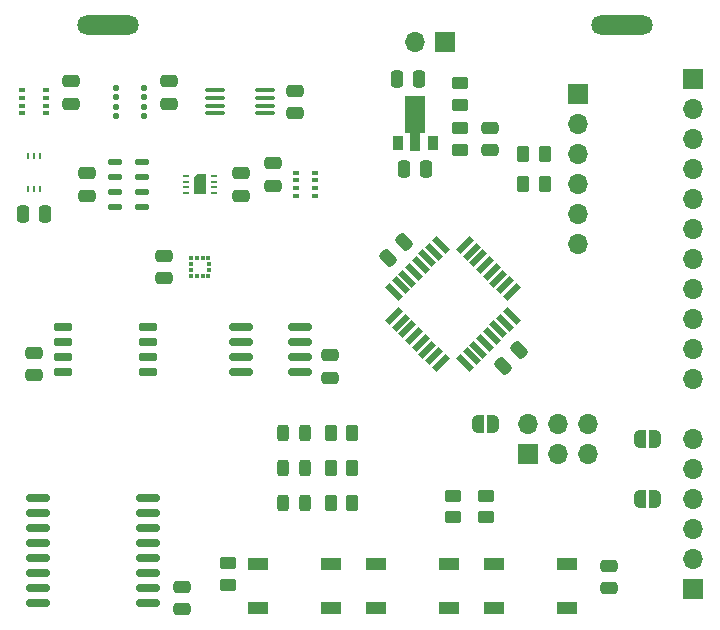
<source format=gbr>
%TF.GenerationSoftware,KiCad,Pcbnew,(6.0.4)*%
%TF.CreationDate,2022-03-20T23:12:24-04:00*%
%TF.ProjectId,main,6d61696e-2e6b-4696-9361-645f70636258,rev?*%
%TF.SameCoordinates,Original*%
%TF.FileFunction,Soldermask,Top*%
%TF.FilePolarity,Negative*%
%FSLAX46Y46*%
G04 Gerber Fmt 4.6, Leading zero omitted, Abs format (unit mm)*
G04 Created by KiCad (PCBNEW (6.0.4)) date 2022-03-20 23:12:24*
%MOMM*%
%LPD*%
G01*
G04 APERTURE LIST*
G04 Aperture macros list*
%AMRoundRect*
0 Rectangle with rounded corners*
0 $1 Rounding radius*
0 $2 $3 $4 $5 $6 $7 $8 $9 X,Y pos of 4 corners*
0 Add a 4 corners polygon primitive as box body*
4,1,4,$2,$3,$4,$5,$6,$7,$8,$9,$2,$3,0*
0 Add four circle primitives for the rounded corners*
1,1,$1+$1,$2,$3*
1,1,$1+$1,$4,$5*
1,1,$1+$1,$6,$7*
1,1,$1+$1,$8,$9*
0 Add four rect primitives between the rounded corners*
20,1,$1+$1,$2,$3,$4,$5,0*
20,1,$1+$1,$4,$5,$6,$7,0*
20,1,$1+$1,$6,$7,$8,$9,0*
20,1,$1+$1,$8,$9,$2,$3,0*%
%AMRotRect*
0 Rectangle, with rotation*
0 The origin of the aperture is its center*
0 $1 length*
0 $2 width*
0 $3 Rotation angle, in degrees counterclockwise*
0 Add horizontal line*
21,1,$1,$2,0,0,$3*%
%AMFreePoly0*
4,1,9,3.862500,-0.866500,0.737500,-0.866500,0.737500,-0.450000,-0.737500,-0.450000,-0.737500,0.450000,0.737500,0.450000,0.737500,0.866500,3.862500,0.866500,3.862500,-0.866500,3.862500,-0.866500,$1*%
%AMFreePoly1*
4,1,6,0.500000,-0.850000,-0.500000,-0.850000,-0.500000,0.550000,-0.200000,0.850000,0.500000,0.850000,0.500000,-0.850000,0.500000,-0.850000,$1*%
%AMFreePoly2*
4,1,22,0.500000,-0.750000,0.000000,-0.750000,0.000000,-0.745033,-0.079941,-0.743568,-0.215256,-0.701293,-0.333266,-0.622738,-0.424486,-0.514219,-0.481581,-0.384460,-0.499164,-0.250000,-0.500000,-0.250000,-0.500000,0.250000,-0.499164,0.250000,-0.499963,0.256109,-0.478152,0.396186,-0.417904,0.524511,-0.324060,0.630769,-0.204165,0.706417,-0.067858,0.745374,0.000000,0.744959,0.000000,0.750000,
0.500000,0.750000,0.500000,-0.750000,0.500000,-0.750000,$1*%
%AMFreePoly3*
4,1,20,0.000000,0.744959,0.073905,0.744508,0.209726,0.703889,0.328688,0.626782,0.421226,0.519385,0.479903,0.390333,0.500000,0.250000,0.500000,-0.250000,0.499851,-0.262216,0.476331,-0.402017,0.414519,-0.529596,0.319384,-0.634700,0.198574,-0.708877,0.061801,-0.746166,0.000000,-0.745033,0.000000,-0.750000,-0.500000,-0.750000,-0.500000,0.750000,0.000000,0.750000,0.000000,0.744959,
0.000000,0.744959,$1*%
G04 Aperture macros list end*
%ADD10RoundRect,0.250000X-0.250000X-0.475000X0.250000X-0.475000X0.250000X0.475000X-0.250000X0.475000X0*%
%ADD11RoundRect,0.250000X0.250000X0.475000X-0.250000X0.475000X-0.250000X-0.475000X0.250000X-0.475000X0*%
%ADD12RoundRect,0.243750X-0.243750X-0.456250X0.243750X-0.456250X0.243750X0.456250X-0.243750X0.456250X0*%
%ADD13RotRect,1.600000X0.550000X315.000000*%
%ADD14RotRect,1.600000X0.550000X45.000000*%
%ADD15R,0.900000X1.300000*%
%ADD16FreePoly0,90.000000*%
%ADD17RoundRect,0.150000X-0.825000X-0.150000X0.825000X-0.150000X0.825000X0.150000X-0.825000X0.150000X0*%
%ADD18RoundRect,0.150000X-0.650000X-0.150000X0.650000X-0.150000X0.650000X0.150000X-0.650000X0.150000X0*%
%ADD19RoundRect,0.250000X-0.450000X0.262500X-0.450000X-0.262500X0.450000X-0.262500X0.450000X0.262500X0*%
%ADD20R,1.700000X1.700000*%
%ADD21O,1.700000X1.700000*%
%ADD22R,0.500000X0.350000*%
%ADD23RoundRect,0.125000X-0.137500X0.125000X-0.137500X-0.125000X0.137500X-0.125000X0.137500X0.125000X0*%
%ADD24R,1.800000X1.100000*%
%ADD25R,0.550000X0.250000*%
%ADD26FreePoly1,0.000000*%
%ADD27RoundRect,0.100000X-0.712500X-0.100000X0.712500X-0.100000X0.712500X0.100000X-0.712500X0.100000X0*%
%ADD28RoundRect,0.250000X-0.475000X0.250000X-0.475000X-0.250000X0.475000X-0.250000X0.475000X0.250000X0*%
%ADD29RoundRect,0.150000X-0.875000X-0.150000X0.875000X-0.150000X0.875000X0.150000X-0.875000X0.150000X0*%
%ADD30RoundRect,0.250000X0.450000X-0.262500X0.450000X0.262500X-0.450000X0.262500X-0.450000X-0.262500X0*%
%ADD31RoundRect,0.125000X-0.475000X-0.125000X0.475000X-0.125000X0.475000X0.125000X-0.475000X0.125000X0*%
%ADD32FreePoly2,0.000000*%
%ADD33FreePoly3,0.000000*%
%ADD34RoundRect,0.250000X-0.262500X-0.450000X0.262500X-0.450000X0.262500X0.450000X-0.262500X0.450000X0*%
%ADD35RoundRect,0.250000X0.262500X0.450000X-0.262500X0.450000X-0.262500X-0.450000X0.262500X-0.450000X0*%
%ADD36RoundRect,0.850000X-1.750000X0.000000X1.750000X0.000000X1.750000X0.000000X-1.750000X0.000000X0*%
%ADD37RoundRect,0.250000X0.159099X-0.512652X0.512652X-0.159099X-0.159099X0.512652X-0.512652X0.159099X0*%
%ADD38RoundRect,0.250000X0.475000X-0.250000X0.475000X0.250000X-0.475000X0.250000X-0.475000X-0.250000X0*%
%ADD39RoundRect,0.062500X0.062500X-0.212500X0.062500X0.212500X-0.062500X0.212500X-0.062500X-0.212500X0*%
%ADD40R,0.350000X0.375000*%
%ADD41R,0.375000X0.350000*%
G04 APERTURE END LIST*
D10*
%TO.C,C1*%
X133670000Y-52070000D03*
X135570000Y-52070000D03*
%TD*%
D11*
%TO.C,C2*%
X136205000Y-59690000D03*
X134305000Y-59690000D03*
%TD*%
D12*
%TO.C,D1*%
X124062500Y-82000000D03*
X125937500Y-82000000D03*
%TD*%
D13*
%TO.C,U1*%
X137404695Y-66134897D03*
X136839010Y-66700583D03*
X136273324Y-67266268D03*
X135707639Y-67831953D03*
X135141953Y-68397639D03*
X134576268Y-68963324D03*
X134010583Y-69529010D03*
X133444897Y-70094695D03*
D14*
X133444897Y-72145305D03*
X134010583Y-72710990D03*
X134576268Y-73276676D03*
X135141953Y-73842361D03*
X135707639Y-74408047D03*
X136273324Y-74973732D03*
X136839010Y-75539417D03*
X137404695Y-76105103D03*
D13*
X139455305Y-76105103D03*
X140020990Y-75539417D03*
X140586676Y-74973732D03*
X141152361Y-74408047D03*
X141718047Y-73842361D03*
X142283732Y-73276676D03*
X142849417Y-72710990D03*
X143415103Y-72145305D03*
D14*
X143415103Y-70094695D03*
X142849417Y-69529010D03*
X142283732Y-68963324D03*
X141718047Y-68397639D03*
X141152361Y-67831953D03*
X140586676Y-67266268D03*
X140020990Y-66700583D03*
X139455305Y-66134897D03*
%TD*%
D15*
%TO.C,U2*%
X133755000Y-57530000D03*
D16*
X135255000Y-57442500D03*
D15*
X136755000Y-57530000D03*
%TD*%
D17*
%TO.C,U3*%
X120525000Y-73095000D03*
X120525000Y-74365000D03*
X120525000Y-75635000D03*
X120525000Y-76905000D03*
X125475000Y-76905000D03*
X125475000Y-75635000D03*
X125475000Y-74365000D03*
X125475000Y-73095000D03*
%TD*%
D18*
%TO.C,U4*%
X105400000Y-73095000D03*
X105400000Y-74365000D03*
X105400000Y-75635000D03*
X105400000Y-76905000D03*
X112600000Y-76905000D03*
X112600000Y-75635000D03*
X112600000Y-74365000D03*
X112600000Y-73095000D03*
%TD*%
D19*
%TO.C,R1*%
X139065000Y-52427500D03*
X139065000Y-54252500D03*
%TD*%
D20*
%TO.C,J1*%
X137800000Y-48895000D03*
D21*
X135260000Y-48895000D03*
%TD*%
D22*
%TO.C,U5*%
X104025000Y-53025000D03*
X104025000Y-53675000D03*
X104025000Y-54325000D03*
X104025000Y-54975000D03*
X101975000Y-54975000D03*
X101975000Y-54325000D03*
X101975000Y-53675000D03*
X101975000Y-53025000D03*
%TD*%
D23*
%TO.C,U6*%
X112264500Y-52800000D03*
X112264500Y-53600000D03*
X112264500Y-54400000D03*
X112264500Y-55200000D03*
X109889500Y-55200000D03*
X109889500Y-54400000D03*
X109889500Y-53600000D03*
X109889500Y-52800000D03*
%TD*%
D24*
%TO.C,SW1*%
X141900000Y-96850000D03*
X148100000Y-96850000D03*
X141900000Y-93150000D03*
X148100000Y-93150000D03*
%TD*%
D25*
%TO.C,U7*%
X115825000Y-60250000D03*
X115825000Y-60750000D03*
X115825000Y-61250000D03*
X115825000Y-61750000D03*
X118175000Y-61750000D03*
X118175000Y-61250000D03*
X118175000Y-60750000D03*
X118175000Y-60250000D03*
D26*
X117000000Y-61000000D03*
%TD*%
D27*
%TO.C,U8*%
X118297500Y-53025000D03*
X118297500Y-53675000D03*
X118297500Y-54325000D03*
X118297500Y-54975000D03*
X122522500Y-54975000D03*
X122522500Y-54325000D03*
X122522500Y-53675000D03*
X122522500Y-53025000D03*
%TD*%
D28*
%TO.C,C3*%
X141605000Y-56200000D03*
X141605000Y-58100000D03*
%TD*%
D19*
%TO.C,R2*%
X139065000Y-56237500D03*
X139065000Y-58062500D03*
%TD*%
%TO.C,R3*%
X141224000Y-87352500D03*
X141224000Y-89177500D03*
%TD*%
D29*
%TO.C,U9*%
X103350000Y-87555000D03*
X103350000Y-88825000D03*
X103350000Y-90095000D03*
X103350000Y-91365000D03*
X103350000Y-92635000D03*
X103350000Y-93905000D03*
X103350000Y-95175000D03*
X103350000Y-96445000D03*
X112650000Y-96445000D03*
X112650000Y-95175000D03*
X112650000Y-93905000D03*
X112650000Y-92635000D03*
X112650000Y-91365000D03*
X112650000Y-90095000D03*
X112650000Y-88825000D03*
X112650000Y-87555000D03*
%TD*%
D28*
%TO.C,C4*%
X151638000Y-93284000D03*
X151638000Y-95184000D03*
%TD*%
%TO.C,C5*%
X107500000Y-60050000D03*
X107500000Y-61950000D03*
%TD*%
D12*
%TO.C,D2*%
X124062500Y-88000000D03*
X125937500Y-88000000D03*
%TD*%
%TO.C,D3*%
X124062500Y-85000000D03*
X125937500Y-85000000D03*
%TD*%
D20*
%TO.C,J2*%
X144780000Y-83820000D03*
D21*
X144780000Y-81280000D03*
X147320000Y-83820000D03*
X147320000Y-81280000D03*
X149860000Y-83820000D03*
X149860000Y-81280000D03*
%TD*%
D30*
%TO.C,R4*%
X119380000Y-94892500D03*
X119380000Y-93067500D03*
%TD*%
D24*
%TO.C,SW2*%
X121900000Y-96850000D03*
X128100000Y-96850000D03*
X121900000Y-93150000D03*
X128100000Y-93150000D03*
%TD*%
D22*
%TO.C,U11*%
X126753000Y-60001000D03*
X126753000Y-60651000D03*
X126753000Y-61301000D03*
X126753000Y-61951000D03*
X125153000Y-61951000D03*
X125153000Y-61301000D03*
X125153000Y-60651000D03*
X125153000Y-60001000D03*
%TD*%
D31*
%TO.C,U10*%
X109850000Y-59125000D03*
X109850000Y-60375000D03*
X109850000Y-61625000D03*
X109850000Y-62875000D03*
X112150000Y-62875000D03*
X112150000Y-61625000D03*
X112150000Y-60375000D03*
X112150000Y-59125000D03*
%TD*%
D32*
%TO.C,JP1*%
X140574000Y-81280000D03*
D33*
X141874000Y-81280000D03*
%TD*%
D19*
%TO.C,R5*%
X138430000Y-87352500D03*
X138430000Y-89177500D03*
%TD*%
D34*
%TO.C,R6*%
X144375500Y-60960000D03*
X146200500Y-60960000D03*
%TD*%
%TO.C,R7*%
X144375500Y-58420000D03*
X146200500Y-58420000D03*
%TD*%
D24*
%TO.C,SW3*%
X131900000Y-96850000D03*
X138100000Y-96850000D03*
X138100000Y-93150000D03*
X131900000Y-93150000D03*
%TD*%
D35*
%TO.C,R8*%
X129912500Y-82000000D03*
X128087500Y-82000000D03*
%TD*%
%TO.C,R9*%
X129912500Y-88000000D03*
X128087500Y-88000000D03*
%TD*%
%TO.C,R10*%
X129912500Y-85000000D03*
X128087500Y-85000000D03*
%TD*%
D20*
%TO.C,J4*%
X158750000Y-52070000D03*
D21*
X158750000Y-54610000D03*
X158750000Y-57150000D03*
X158750000Y-59690000D03*
X158750000Y-62230000D03*
X158750000Y-64770000D03*
X158750000Y-67310000D03*
X158750000Y-69850000D03*
X158750000Y-72390000D03*
X158750000Y-74930000D03*
X158750000Y-77470000D03*
%TD*%
D20*
%TO.C,J3*%
X158750000Y-95250000D03*
D21*
X158750000Y-92710000D03*
X158750000Y-90170000D03*
X158750000Y-87630000D03*
X158750000Y-85090000D03*
X158750000Y-82550000D03*
%TD*%
D20*
%TO.C,J5*%
X149000000Y-53340000D03*
D21*
X149000000Y-55880000D03*
X149000000Y-58420000D03*
X149000000Y-60960000D03*
X149000000Y-63500000D03*
X149000000Y-66040000D03*
%TD*%
D32*
%TO.C,JP2*%
X154290000Y-87630000D03*
D33*
X155590000Y-87630000D03*
%TD*%
D32*
%TO.C,JP3*%
X154290000Y-82550000D03*
D33*
X155590000Y-82550000D03*
%TD*%
D28*
%TO.C,C13*%
X128000000Y-75443000D03*
X128000000Y-77343000D03*
%TD*%
D36*
%TO.C,TP2*%
X109250000Y-47500000D03*
%TD*%
D28*
%TO.C,C14*%
X125077000Y-53050000D03*
X125077000Y-54950000D03*
%TD*%
D37*
%TO.C,C9*%
X132932249Y-67219751D03*
X134275751Y-65876249D03*
%TD*%
D38*
%TO.C,C7*%
X115500000Y-96950000D03*
X115500000Y-95050000D03*
%TD*%
D28*
%TO.C,C8*%
X103013000Y-75250000D03*
X103013000Y-77150000D03*
%TD*%
%TO.C,C15*%
X123221300Y-59189500D03*
X123221300Y-61089500D03*
%TD*%
D38*
%TO.C,C10*%
X114441000Y-54179000D03*
X114441000Y-52279000D03*
%TD*%
%TO.C,C12*%
X106077000Y-54179000D03*
X106077000Y-52279000D03*
%TD*%
D28*
%TO.C,C17*%
X114000000Y-67050000D03*
X114000000Y-68950000D03*
%TD*%
D39*
%TO.C,U12*%
X102500000Y-61375000D03*
X103000000Y-61375000D03*
X103500000Y-61375000D03*
X103500000Y-58625000D03*
X103000000Y-58625000D03*
X102500000Y-58625000D03*
%TD*%
D40*
%TO.C,U13*%
X117750000Y-67237500D03*
X117250000Y-67237500D03*
X116750000Y-67237500D03*
X116250000Y-67237500D03*
D41*
X116237500Y-67750000D03*
X116237500Y-68250000D03*
D40*
X116250000Y-68762500D03*
X116750000Y-68762500D03*
X117250000Y-68762500D03*
X117750000Y-68762500D03*
D41*
X117762500Y-68250000D03*
X117762500Y-67750000D03*
%TD*%
D36*
%TO.C,TP1*%
X152750000Y-47500000D03*
%TD*%
D38*
%TO.C,C6*%
X120500000Y-61950000D03*
X120500000Y-60050000D03*
%TD*%
D37*
%TO.C,C11*%
X142711249Y-76363751D03*
X144054751Y-75020249D03*
%TD*%
D10*
%TO.C,C16*%
X102050000Y-63500000D03*
X103950000Y-63500000D03*
%TD*%
M02*

</source>
